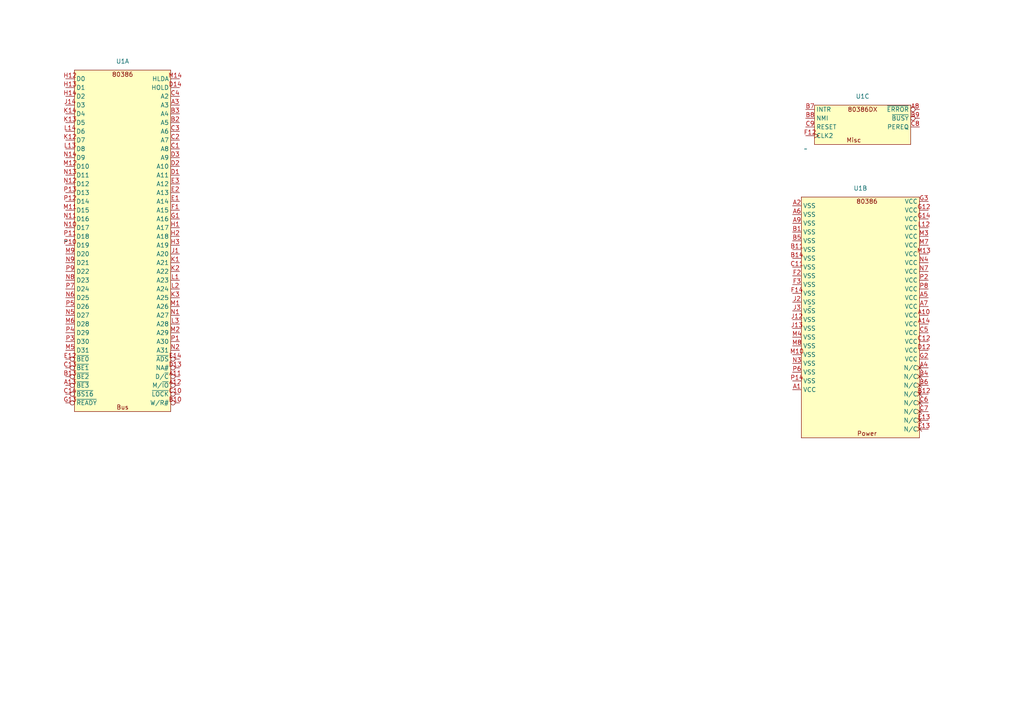
<source format=kicad_sch>
(kicad_sch (version 20230121) (generator eeschema)
  (paper "A4")
  (lib_symbols
    (symbol "386_kicad_lib:80386DX"
      (property "Reference" "U" (at -12.7 25.4 0))
      (symbol "80386DX_1_0"
        (unit_name "Bus")
        (pin output inverted (at 16.51 -46.99 180) (length 2.54) (name "D/~{C}") (number "A11"))
        (pin output inverted (at 16.51 -49.53 180) (length 2.54) (name "M/~{IO}") (number "A12"))
        (pin output inverted (at -16.51 -49.53 0) (length 2.54) (name "~{BE3}") (number "A13"))
        (pin output line (at 16.51 31.75 180) (length 2.54) (name "A3") (number "A3"))
        (pin output inverted (at 16.51 -54.61 180) (length 2.54) (name "W/R#") (number "B10"))
        (pin output inverted (at -16.51 -46.99 0) (length 2.54) (name "~{BE2}") (number "B13"))
        (pin output line (at 16.51 26.67 180) (length 2.54) (name "A5") (number "B2"))
        (pin output line (at 16.51 29.21 180) (length 2.54) (name "A4") (number "B3"))
        (pin output line (at 16.51 19.05 180) (length 2.54) (name "A8") (number "C1"))
        (pin output inverted (at 16.51 -52.07 180) (length 2.54) (name "~{LOCK}") (number "C10"))
        (pin output inverted (at -16.51 -44.45 0) (length 2.54) (name "~{BE1}") (number "C13"))
        (pin input inverted (at -16.51 -52.07 0) (length 2.54) (name "~{BS16}") (number "C14"))
        (pin output line (at 16.51 21.59 180) (length 2.54) (name "A7") (number "C2"))
        (pin output line (at 16.51 24.13 180) (length 2.54) (name "A6") (number "C3"))
        (pin output line (at 16.51 34.29 180) (length 2.54) (name "A2") (number "C4"))
        (pin output line (at 16.51 11.43 180) (length 2.54) (name "A11") (number "D1"))
        (pin input inverted (at 16.51 -44.45 180) (length 2.54) (name "NA#") (number "D13"))
        (pin input line (at 16.51 36.83 180) (length 2.54) (name "HOLD") (number "D14"))
        (pin output line (at 16.51 13.97 180) (length 2.54) (name "A10") (number "D2"))
        (pin output line (at 16.51 16.51 180) (length 2.54) (name "A9") (number "D3"))
        (pin output line (at 16.51 3.81 180) (length 2.54) (name "A14") (number "E1"))
        (pin output inverted (at -16.51 -41.91 0) (length 2.54) (name "~{BE0}") (number "E12"))
        (pin output inverted (at 16.51 -41.91 180) (length 2.54) (name "~{ADS}") (number "E14"))
        (pin output line (at 16.51 6.35 180) (length 2.54) (name "A13") (number "E2"))
        (pin output line (at 16.51 8.89 180) (length 2.54) (name "A12") (number "E3"))
        (pin output line (at 16.51 1.27 180) (length 2.54) (name "A15") (number "F1"))
        (pin output line (at 16.51 -1.27 180) (length 2.54) (name "A16") (number "G1"))
        (pin input inverted (at -16.51 -54.61 0) (length 2.54) (name "~{READY}") (number "G13"))
        (pin output line (at 16.51 -3.81 180) (length 2.54) (name "A17") (number "H1"))
        (pin bidirectional line (at -16.51 39.37 0) (length 2.54) (name "D0") (number "H12"))
        (pin bidirectional line (at -16.51 36.83 0) (length 2.54) (name "D1") (number "H13"))
        (pin bidirectional line (at -16.51 34.29 0) (length 2.54) (name "D2") (number "H14"))
        (pin output line (at 16.51 -6.35 180) (length 2.54) (name "A18") (number "H2"))
        (pin output line (at 16.51 -8.89 180) (length 2.54) (name "A19") (number "H3"))
        (pin output line (at 16.51 -11.43 180) (length 2.54) (name "A20") (number "J1"))
        (pin bidirectional line (at -16.51 31.75 0) (length 2.54) (name "D3") (number "J14"))
        (pin output line (at 16.51 -13.97 180) (length 2.54) (name "A21") (number "K1"))
        (pin bidirectional line (at -16.51 21.59 0) (length 2.54) (name "D7") (number "K12"))
        (pin bidirectional line (at -16.51 26.67 0) (length 2.54) (name "D5") (number "K13"))
        (pin bidirectional line (at -16.51 29.21 0) (length 2.54) (name "D4") (number "K14"))
        (pin output line (at 16.51 -16.51 180) (length 2.54) (name "A22") (number "K2"))
        (pin output line (at 16.51 -24.13 180) (length 2.54) (name "A25") (number "K3"))
        (pin output line (at 16.51 -19.05 180) (length 2.54) (name "A23") (number "L1"))
        (pin bidirectional line (at -16.51 19.05 0) (length 2.54) (name "D8") (number "L13"))
        (pin bidirectional line (at -16.51 24.13 0) (length 2.54) (name "D6") (number "L14"))
        (pin output line (at 16.51 -21.59 180) (length 2.54) (name "A24") (number "L2"))
        (pin output line (at 16.51 -31.75 180) (length 2.54) (name "A28") (number "L3"))
        (pin output line (at 16.51 -26.67 180) (length 2.54) (name "A26") (number "M1"))
        (pin bidirectional line (at -16.51 1.27 0) (length 2.54) (name "D15") (number "M11"))
        (pin bidirectional line (at -16.51 13.97 0) (length 2.54) (name "D10") (number "M12"))
        (pin output line (at 16.51 39.37 180) (length 2.54) (name "HLDA") (number "M14"))
        (pin output line (at 16.51 -34.29 180) (length 2.54) (name "A29") (number "M2"))
        (pin bidirectional line (at -16.51 -39.37 0) (length 2.54) (name "D31") (number "M5"))
        (pin bidirectional line (at -16.51 -31.75 0) (length 2.54) (name "D28") (number "M6"))
        (pin bidirectional line (at -16.51 -11.43 0) (length 2.54) (name "D20") (number "M9"))
        (pin output line (at 16.51 -29.21 180) (length 2.54) (name "A27") (number "N1"))
        (pin bidirectional line (at -16.51 -3.81 0) (length 2.54) (name "D17") (number "N10"))
        (pin bidirectional line (at -16.51 -1.27 0) (length 2.54) (name "D16") (number "N11"))
        (pin bidirectional line (at -16.51 8.89 0) (length 2.54) (name "D12") (number "N12"))
        (pin bidirectional line (at -16.51 11.43 0) (length 2.54) (name "D11") (number "N13"))
        (pin bidirectional line (at -16.51 16.51 0) (length 2.54) (name "D9") (number "N14"))
        (pin output line (at 16.51 -39.37 180) (length 2.54) (name "A31") (number "N2"))
        (pin bidirectional line (at -16.51 -29.21 0) (length 2.54) (name "D27") (number "N5"))
        (pin bidirectional line (at -16.51 -24.13 0) (length 2.54) (name "D25") (number "N6"))
        (pin bidirectional line (at -16.51 -19.05 0) (length 2.54) (name "D23") (number "N8"))
        (pin bidirectional line (at -16.51 -13.97 0) (length 2.54) (name "D21") (number "N9"))
        (pin output line (at 16.51 -36.83 180) (length 2.54) (name "A30") (number "P1"))
        (pin bidirectional line (at -16.51 -8.89 0) (length 2.54) (name "D19") (number "P10"))
        (pin bidirectional line (at -16.51 -6.35 0) (length 2.54) (name "D18") (number "P11"))
        (pin bidirectional line (at -16.51 3.81 0) (length 2.54) (name "D14") (number "P12"))
        (pin bidirectional line (at -16.51 6.35 0) (length 2.54) (name "D13") (number "P13"))
        (pin bidirectional line (at -16.51 -36.83 0) (length 2.54) (name "D30") (number "P3"))
        (pin bidirectional line (at -16.51 -34.29 0) (length 2.54) (name "D29") (number "P4"))
        (pin bidirectional line (at -16.51 -26.67 0) (length 2.54) (name "D26") (number "P5"))
        (pin bidirectional line (at -16.51 -21.59 0) (length 2.54) (name "D24") (number "P7"))
        (pin bidirectional line (at -16.51 -16.51 0) (length 2.54) (name "D22") (number "P9"))
      )
      (symbol "80386DX_1_1"
        (unit_name "Bus")
        (rectangle (start -13.97 41.91) (end 13.97 -57.15) (fill (type background)))
        (text "80386" (at 0 40.64 0) (effects (font (size 1.27 1.27))))
        (text "Bus" (at 0 -55.88 0) (effects (font (size 1.27 1.27))))
      )
      (symbol "80386DX_2_0"
        (unit_name "Power")
        (pin power_in line (at -21.59 -31.75 0) (length 2.54) (name "VCC") (number "A1"))
        (pin power_in line (at 17.78 -10.16 180) (length 2.54) (name "VCC") (number "A10"))
        (pin power_in line (at 17.78 -12.7 180) (length 2.54) (name "VCC") (number "A14"))
        (pin power_in line (at -21.59 21.59 0) (length 2.54) (name "VSS") (number "A2"))
        (pin free non_logic (at 17.78 -25.4 180) (length 2.54) (name "N/C") (number "A4"))
        (pin power_in line (at 17.78 -5.08 180) (length 2.54) (name "VCC") (number "A5"))
        (pin power_in line (at -21.59 19.05 0) (length 2.54) (name "VSS") (number "A6"))
        (pin power_in line (at 17.78 -7.62 180) (length 2.54) (name "VCC") (number "A7"))
        (pin power_in line (at -21.59 16.51 0) (length 2.54) (name "VSS") (number "A9"))
        (pin power_in line (at -21.59 13.97 0) (length 2.54) (name "VSS") (number "B1"))
        (pin power_in line (at -21.59 8.89 0) (length 2.54) (name "VSS") (number "B11"))
        (pin free non_logic (at 17.78 -33.02 180) (length 2.54) (name "N/C") (number "B12"))
        (pin power_in line (at -21.59 6.35 0) (length 2.54) (name "VSS") (number "B14"))
        (pin free non_logic (at 17.78 -27.94 180) (length 2.54) (name "N/C") (number "B4"))
        (pin power_in line (at -21.59 11.43 0) (length 2.54) (name "VSS") (number "B5"))
        (pin free non_logic (at 17.78 -30.48 180) (length 2.54) (name "N/C") (number "B6"))
        (pin power_in line (at -21.59 3.81 0) (length 2.54) (name "VSS") (number "C11"))
        (pin power_in line (at 17.78 -17.78 180) (length 2.54) (name "VCC") (number "C12"))
        (pin power_in line (at 17.78 -15.24 180) (length 2.54) (name "VCC") (number "C5"))
        (pin free non_logic (at 17.78 -35.56 180) (length 2.54) (name "N/C") (number "C6"))
        (pin free non_logic (at 17.78 -38.1 180) (length 2.54) (name "N/C") (number "C7"))
        (pin power_in line (at 17.78 -20.32 180) (length 2.54) (name "VCC") (number "D12"))
        (pin free non_logic (at 17.78 -40.64 180) (length 2.54) (name "N/C") (number "E13"))
        (pin free non_logic (at 17.78 -43.18 180) (length 2.54) (name "N/C") (number "F13"))
        (pin power_in line (at -21.59 -3.81 0) (length 2.54) (name "VSS") (number "F14"))
        (pin power_in line (at -21.59 1.27 0) (length 2.54) (name "VSS") (number "F2"))
        (pin power_in line (at -21.59 -1.27 0) (length 2.54) (name "VSS") (number "F3"))
        (pin power_in line (at 17.78 20.32 180) (length 2.54) (name "VCC") (number "G12"))
        (pin power_in line (at 17.78 17.78 180) (length 2.54) (name "VCC") (number "G14"))
        (pin power_in line (at 17.78 -22.86 180) (length 2.54) (name "VCC") (number "G2"))
        (pin power_in line (at 17.78 22.86 180) (length 2.54) (name "VCC") (number "G3"))
        (pin power_in line (at -21.59 -11.43 0) (length 2.54) (name "VSS") (number "J12"))
        (pin power_in line (at -21.59 -13.97 0) (length 2.54) (name "VSS") (number "J13"))
        (pin power_in line (at -21.59 -6.35 0) (length 2.54) (name "VSS") (number "J2"))
        (pin power_in line (at -21.59 -8.89 0) (length 2.54) (name "VSS") (number "J3"))
        (pin power_in line (at 17.78 15.24 180) (length 2.54) (name "VCC") (number "L12"))
        (pin power_in line (at -21.59 -21.59 0) (length 2.54) (name "VSS") (number "M10"))
        (pin power_in line (at 17.78 7.62 180) (length 2.54) (name "VCC") (number "M13"))
        (pin power_in line (at 17.78 12.7 180) (length 2.54) (name "VCC") (number "M3"))
        (pin power_in line (at -21.59 -16.51 0) (length 2.54) (name "VSS") (number "M4"))
        (pin power_in line (at 17.78 10.16 180) (length 2.54) (name "VCC") (number "M7"))
        (pin power_in line (at -21.59 -19.05 0) (length 2.54) (name "VSS") (number "M8"))
        (pin power_in line (at -21.59 -24.13 0) (length 2.54) (name "VSS") (number "N3"))
        (pin power_in line (at 17.78 5.08 180) (length 2.54) (name "VCC") (number "N4"))
        (pin power_in line (at 17.78 2.54 180) (length 2.54) (name "VCC") (number "N7"))
        (pin power_in line (at -21.59 -29.21 0) (length 2.54) (name "VSS") (number "P14"))
        (pin power_in line (at 17.78 0 180) (length 2.54) (name "VCC") (number "P2"))
        (pin power_in line (at -21.59 -26.67 0) (length 2.54) (name "VSS") (number "P6"))
        (pin power_in line (at 17.78 -2.54 180) (length 2.54) (name "VCC") (number "P8"))
      )
      (symbol "80386DX_2_1"
        (unit_name "Power")
        (rectangle (start -19.05 24.13) (end 15.24 -45.72) (fill (type background)))
        (text "80386" (at 0 22.86 0) (effects (font (size 1.27 1.27))))
        (text "Power\n" (at 0 -44.45 0) (effects (font (size 1.27 1.27))))
      )
      (symbol "80386DX_3_0"
        (unit_name "Misc")
        (pin input inverted (at 16.51 3.81 180) (length 2.54) (name "~{ERROR}") (number "A8"))
        (pin input line (at -16.51 3.81 0) (length 2.54) (name "INTR") (number "B7"))
        (pin input line (at -16.51 1.27 0) (length 2.54) (name "NMI") (number "B8"))
        (pin input inverted (at 16.51 1.27 180) (length 2.54) (name "~{BUSY}") (number "B9"))
        (pin input line (at 16.51 -1.27 180) (length 2.54) (name "PEREQ") (number "C8"))
        (pin input line (at -16.51 -1.27 0) (length 2.54) (name "RESET") (number "C9"))
        (pin input clock (at -16.51 -3.81 0) (length 2.54) (name "CLK2") (number "F12"))
      )
      (symbol "80386DX_3_1"
        (unit_name "Misc")
        (rectangle (start -13.97 5.08) (end 13.97 -6.35) (fill (type background)))
        (text "80386DX" (at 0 3.81 0) (effects (font (size 1.27 1.27))))
        (text "Misc" (at -2.54 -5.08 0) (effects (font (size 1.27 1.27))))
      )
    )
  )
  (symbol (lib_id "386_kicad_lib:80386DX") (at 251.46 81.28 0) (unit 2)
    (property "Reference" "U1" (at 249.555 54.61 0))
    (property "Value" "~" (at 234.95 88.9 0))
  )
  (symbol (lib_id "386_kicad_lib:80386DX") (at 250.19 35.56 0) (unit 3)
    (property "Reference" "U1" (at 250.19 27.94 0))
    (property "Value" "~" (at 233.68 43.18 0))
  )
  (symbol (lib_id "386_kicad_lib:80386DX") (at 35.56 62.23 0) (unit 1)
    (property "Reference" "U1" (at 35.56 17.78 0))
    (property "Value" "~" (at 19.05 69.85 0))
  )
)
</source>
